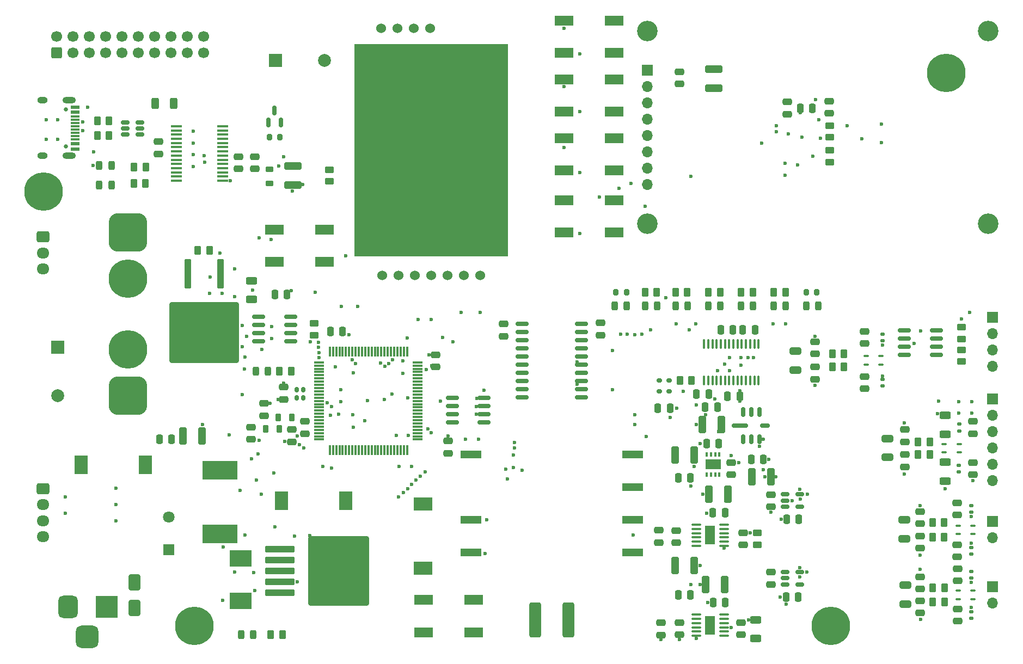
<source format=gts>
G04 #@! TF.GenerationSoftware,KiCad,Pcbnew,8.0.4*
G04 #@! TF.CreationDate,2024-09-23T19:32:32+09:00*
G04 #@! TF.ProjectId,Solid Rocket Motor Test Station ver 2.0,536f6c69-6420-4526-9f63-6b6574204d6f,2.0*
G04 #@! TF.SameCoordinates,Original*
G04 #@! TF.FileFunction,Soldermask,Top*
G04 #@! TF.FilePolarity,Negative*
%FSLAX46Y46*%
G04 Gerber Fmt 4.6, Leading zero omitted, Abs format (unit mm)*
G04 Created by KiCad (PCBNEW 8.0.4) date 2024-09-23 19:32:32*
%MOMM*%
%LPD*%
G01*
G04 APERTURE LIST*
G04 Aperture macros list*
%AMRoundRect*
0 Rectangle with rounded corners*
0 $1 Rounding radius*
0 $2 $3 $4 $5 $6 $7 $8 $9 X,Y pos of 4 corners*
0 Add a 4 corners polygon primitive as box body*
4,1,4,$2,$3,$4,$5,$6,$7,$8,$9,$2,$3,0*
0 Add four circle primitives for the rounded corners*
1,1,$1+$1,$2,$3*
1,1,$1+$1,$4,$5*
1,1,$1+$1,$6,$7*
1,1,$1+$1,$8,$9*
0 Add four rect primitives between the rounded corners*
20,1,$1+$1,$2,$3,$4,$5,0*
20,1,$1+$1,$4,$5,$6,$7,0*
20,1,$1+$1,$6,$7,$8,$9,0*
20,1,$1+$1,$8,$9,$2,$3,0*%
G04 Aperture macros list end*
%ADD10RoundRect,0.250000X0.262500X0.450000X-0.262500X0.450000X-0.262500X-0.450000X0.262500X-0.450000X0*%
%ADD11RoundRect,0.250000X-0.475000X0.250000X-0.475000X-0.250000X0.475000X-0.250000X0.475000X0.250000X0*%
%ADD12RoundRect,0.250000X1.100000X-0.325000X1.100000X0.325000X-1.100000X0.325000X-1.100000X-0.325000X0*%
%ADD13RoundRect,0.250000X0.475000X-0.250000X0.475000X0.250000X-0.475000X0.250000X-0.475000X-0.250000X0*%
%ADD14RoundRect,0.250000X-0.450000X0.262500X-0.450000X-0.262500X0.450000X-0.262500X0.450000X0.262500X0*%
%ADD15RoundRect,1.500000X-1.500000X1.500000X-1.500000X-1.500000X1.500000X-1.500000X1.500000X1.500000X0*%
%ADD16C,6.000000*%
%ADD17RoundRect,0.135000X0.185000X-0.135000X0.185000X0.135000X-0.185000X0.135000X-0.185000X-0.135000X0*%
%ADD18R,2.000000X2.000000*%
%ADD19C,2.000000*%
%ADD20R,1.700000X1.700000*%
%ADD21O,1.700000X1.700000*%
%ADD22RoundRect,0.250000X-0.650000X0.325000X-0.650000X-0.325000X0.650000X-0.325000X0.650000X0.325000X0*%
%ADD23RoundRect,0.243750X-0.243750X-0.456250X0.243750X-0.456250X0.243750X0.456250X-0.243750X0.456250X0*%
%ADD24RoundRect,0.250000X-0.325000X-1.100000X0.325000X-1.100000X0.325000X1.100000X-0.325000X1.100000X0*%
%ADD25RoundRect,0.250000X-0.262500X-0.450000X0.262500X-0.450000X0.262500X0.450000X-0.262500X0.450000X0*%
%ADD26RoundRect,0.250000X0.250000X0.475000X-0.250000X0.475000X-0.250000X-0.475000X0.250000X-0.475000X0*%
%ADD27RoundRect,0.100000X-0.625000X-0.100000X0.625000X-0.100000X0.625000X0.100000X-0.625000X0.100000X0*%
%ADD28R,1.650000X2.850000*%
%ADD29R,3.000000X1.524000*%
%ADD30RoundRect,0.135000X-0.185000X0.135000X-0.185000X-0.135000X0.185000X-0.135000X0.185000X0.135000X0*%
%ADD31RoundRect,0.150000X-0.512500X-0.150000X0.512500X-0.150000X0.512500X0.150000X-0.512500X0.150000X0*%
%ADD32RoundRect,0.250000X0.625000X-0.312500X0.625000X0.312500X-0.625000X0.312500X-0.625000X-0.312500X0*%
%ADD33RoundRect,0.250000X-0.250000X-0.475000X0.250000X-0.475000X0.250000X0.475000X-0.250000X0.475000X0*%
%ADD34RoundRect,0.243750X0.243750X0.456250X-0.243750X0.456250X-0.243750X-0.456250X0.243750X-0.456250X0*%
%ADD35RoundRect,0.150000X0.150000X-0.587500X0.150000X0.587500X-0.150000X0.587500X-0.150000X-0.587500X0*%
%ADD36C,0.650000*%
%ADD37R,1.450000X0.600000*%
%ADD38R,1.450000X0.300000*%
%ADD39O,2.100000X1.000000*%
%ADD40O,1.600000X1.000000*%
%ADD41RoundRect,0.100000X0.300000X0.100000X-0.300000X0.100000X-0.300000X-0.100000X0.300000X-0.100000X0*%
%ADD42R,3.000000X2.000000*%
%ADD43R,3.200000X1.200000*%
%ADD44RoundRect,0.250000X0.325000X1.100000X-0.325000X1.100000X-0.325000X-1.100000X0.325000X-1.100000X0*%
%ADD45RoundRect,0.250000X0.450000X-0.262500X0.450000X0.262500X-0.450000X0.262500X-0.450000X-0.262500X0*%
%ADD46RoundRect,0.200000X0.200000X0.275000X-0.200000X0.275000X-0.200000X-0.275000X0.200000X-0.275000X0*%
%ADD47RoundRect,0.100000X-0.100000X0.637500X-0.100000X-0.637500X0.100000X-0.637500X0.100000X0.637500X0*%
%ADD48RoundRect,0.218750X-0.381250X0.218750X-0.381250X-0.218750X0.381250X-0.218750X0.381250X0.218750X0*%
%ADD49RoundRect,0.200000X-0.200000X-0.275000X0.200000X-0.275000X0.200000X0.275000X-0.200000X0.275000X0*%
%ADD50RoundRect,0.150000X-0.875000X-0.150000X0.875000X-0.150000X0.875000X0.150000X-0.875000X0.150000X0*%
%ADD51RoundRect,0.175000X-0.175000X0.225000X-0.175000X-0.225000X0.175000X-0.225000X0.175000X0.225000X0*%
%ADD52R,2.000000X3.000000*%
%ADD53RoundRect,0.175000X0.175000X0.575000X-0.175000X0.575000X-0.175000X-0.575000X0.175000X-0.575000X0*%
%ADD54RoundRect,0.175000X0.575000X0.175000X-0.575000X0.175000X-0.575000X-0.175000X0.575000X-0.175000X0*%
%ADD55RoundRect,0.175000X0.175000X-0.575000X0.175000X0.575000X-0.175000X0.575000X-0.175000X-0.575000X0*%
%ADD56RoundRect,0.175000X1.075000X0.175000X-1.075000X0.175000X-1.075000X-0.175000X1.075000X-0.175000X0*%
%ADD57RoundRect,0.150000X0.825000X0.150000X-0.825000X0.150000X-0.825000X-0.150000X0.825000X-0.150000X0*%
%ADD58RoundRect,0.250000X-0.300000X2.050000X-0.300000X-2.050000X0.300000X-2.050000X0.300000X2.050000X0*%
%ADD59RoundRect,0.250002X-5.149998X4.449998X-5.149998X-4.449998X5.149998X-4.449998X5.149998X4.449998X0*%
%ADD60R,0.350000X0.650000*%
%ADD61R,2.400000X1.550000*%
%ADD62C,1.524000*%
%ADD63R,24.000000X33.000000*%
%ADD64RoundRect,0.075000X-0.725000X-0.075000X0.725000X-0.075000X0.725000X0.075000X-0.725000X0.075000X0*%
%ADD65RoundRect,0.075000X-0.075000X-0.725000X0.075000X-0.725000X0.075000X0.725000X-0.075000X0.725000X0*%
%ADD66RoundRect,0.250000X-1.100000X0.325000X-1.100000X-0.325000X1.100000X-0.325000X1.100000X0.325000X0*%
%ADD67RoundRect,0.250000X-0.650000X1.000000X-0.650000X-1.000000X0.650000X-1.000000X0.650000X1.000000X0*%
%ADD68RoundRect,0.250000X0.650000X2.450000X-0.650000X2.450000X-0.650000X-2.450000X0.650000X-2.450000X0*%
%ADD69RoundRect,0.218750X-0.218750X-0.381250X0.218750X-0.381250X0.218750X0.381250X-0.218750X0.381250X0*%
%ADD70R,1.750000X0.450000*%
%ADD71RoundRect,1.500000X1.500000X-1.500000X1.500000X1.500000X-1.500000X1.500000X-1.500000X-1.500000X0*%
%ADD72RoundRect,0.250000X-0.312500X-0.625000X0.312500X-0.625000X0.312500X0.625000X-0.312500X0.625000X0*%
%ADD73RoundRect,0.250000X-0.725000X0.600000X-0.725000X-0.600000X0.725000X-0.600000X0.725000X0.600000X0*%
%ADD74O,1.950000X1.700000*%
%ADD75R,5.400000X2.900000*%
%ADD76R,3.500000X2.500000*%
%ADD77RoundRect,0.250000X-2.050000X-0.300000X2.050000X-0.300000X2.050000X0.300000X-2.050000X0.300000X0*%
%ADD78RoundRect,0.250002X-4.449998X-5.149998X4.449998X-5.149998X4.449998X5.149998X-4.449998X5.149998X0*%
%ADD79RoundRect,0.162500X0.262500X-0.162500X0.262500X0.162500X-0.262500X0.162500X-0.262500X-0.162500X0*%
%ADD80R,1.800000X1.800000*%
%ADD81C,1.800000*%
%ADD82RoundRect,0.250000X-0.625000X0.312500X-0.625000X-0.312500X0.625000X-0.312500X0.625000X0.312500X0*%
%ADD83RoundRect,0.218750X0.218750X0.381250X-0.218750X0.381250X-0.218750X-0.381250X0.218750X-0.381250X0*%
%ADD84R,3.500000X3.500000*%
%ADD85RoundRect,0.750000X-0.750000X-1.000000X0.750000X-1.000000X0.750000X1.000000X-0.750000X1.000000X0*%
%ADD86RoundRect,0.875000X-0.875000X-0.875000X0.875000X-0.875000X0.875000X0.875000X-0.875000X0.875000X0*%
%ADD87RoundRect,0.250000X0.600000X-0.600000X0.600000X0.600000X-0.600000X0.600000X-0.600000X-0.600000X0*%
%ADD88C,1.700000*%
%ADD89C,0.600000*%
%ADD90C,3.200000*%
G04 APERTURE END LIST*
D10*
X114822800Y-93076000D03*
X112997800Y-93076000D03*
D11*
X216689800Y-112671000D03*
X216689800Y-114571000D03*
X184740200Y-136618000D03*
X184740200Y-138518000D03*
D12*
X127823000Y-82892000D03*
X127823000Y-79942000D03*
D13*
X202121600Y-145008000D03*
X202121600Y-143108000D03*
D14*
X131145400Y-104446200D03*
X131145400Y-106271200D03*
D15*
X102197800Y-90251000D03*
D16*
X102197800Y-97451000D03*
D17*
X231391800Y-127488500D03*
X231391800Y-126468500D03*
D18*
X91197800Y-108106000D03*
D19*
X91197800Y-115706000D03*
D20*
X236591800Y-145376000D03*
D21*
X236591800Y-147916000D03*
D22*
X205942200Y-108696200D03*
X205942200Y-111646200D03*
D23*
X177810800Y-101735000D03*
X179685800Y-101735000D03*
D13*
X222941800Y-122836000D03*
X222941800Y-120936000D03*
D11*
X187938200Y-150962600D03*
X187938200Y-152862600D03*
D13*
X160562600Y-106422800D03*
X160562600Y-104522800D03*
D24*
X110722800Y-121956000D03*
X113672800Y-121956000D03*
D11*
X150027800Y-109296000D03*
X150027800Y-111196000D03*
D25*
X182583300Y-99576000D03*
X184408300Y-99576000D03*
D26*
X126897800Y-99956000D03*
X124997800Y-99956000D03*
D11*
X204725600Y-69956200D03*
X204725600Y-71856200D03*
D16*
X112447800Y-151456000D03*
D11*
X187446000Y-136626000D03*
X187446000Y-138526000D03*
D27*
X190546000Y-135751000D03*
X190546000Y-136401000D03*
X190546000Y-137051000D03*
X190546000Y-137701000D03*
X190546000Y-138351000D03*
X190546000Y-139001000D03*
X194846000Y-139001000D03*
X194846000Y-138351000D03*
X194846000Y-137701000D03*
X194846000Y-137051000D03*
X194846000Y-136401000D03*
X194846000Y-135751000D03*
D28*
X192696000Y-137376000D03*
D11*
X233561800Y-119676000D03*
X233561800Y-121576000D03*
X231091800Y-138841000D03*
X231091800Y-140741000D03*
D29*
X124917000Y-94877000D03*
X132717000Y-94877000D03*
X124917000Y-89877000D03*
X132717000Y-89877000D03*
D30*
X219483800Y-106102500D03*
X219483800Y-107122500D03*
D11*
X231166800Y-148826000D03*
X231166800Y-150726000D03*
D31*
X101742700Y-73128200D03*
X101742700Y-74078200D03*
X101742700Y-75028200D03*
X104017700Y-75028200D03*
X104017700Y-74078200D03*
X104017700Y-73128200D03*
D13*
X121893000Y-80397800D03*
X121893000Y-78497800D03*
X197825600Y-138868000D03*
X197825600Y-136968000D03*
D32*
X121337800Y-100723000D03*
X121337800Y-97798000D03*
D13*
X175657800Y-106256000D03*
X175657800Y-104356000D03*
D29*
X169951800Y-90258500D03*
X177751800Y-90258500D03*
X169951800Y-85258500D03*
X177751800Y-85258500D03*
D33*
X192141800Y-123119700D03*
X194041800Y-123119700D03*
D34*
X99585000Y-82914000D03*
X97710000Y-82914000D03*
D35*
X124017800Y-73176000D03*
X125917800Y-73176000D03*
X124967800Y-71301000D03*
D11*
X106918800Y-76140600D03*
X106918800Y-78040600D03*
D33*
X184572600Y-117639200D03*
X186472600Y-117639200D03*
D32*
X229241800Y-121637800D03*
X229241800Y-118712800D03*
D26*
X108927000Y-122456000D03*
X107027000Y-122456000D03*
D11*
X127617800Y-120932000D03*
X127617800Y-122832000D03*
D36*
X92481000Y-71132000D03*
X92481000Y-76912000D03*
D37*
X93926000Y-70772000D03*
X93926000Y-71572000D03*
D38*
X93926000Y-72772000D03*
X93926000Y-73772000D03*
X93926000Y-74272000D03*
X93926000Y-75272000D03*
D37*
X93926000Y-76472000D03*
X93926000Y-77272000D03*
X93926000Y-77272000D03*
X93926000Y-76472000D03*
D38*
X93926000Y-75772000D03*
X93926000Y-74772000D03*
X93926000Y-73272000D03*
X93926000Y-72272000D03*
D37*
X93926000Y-71572000D03*
X93926000Y-70772000D03*
D39*
X93011000Y-69702000D03*
D40*
X88831000Y-69702000D03*
D39*
X93011000Y-78342000D03*
D40*
X88831000Y-78342000D03*
D26*
X197312600Y-115772800D03*
X195412600Y-115772800D03*
D33*
X193122200Y-133895200D03*
X195022200Y-133895200D03*
D13*
X231091800Y-134216000D03*
X231091800Y-132316000D03*
D41*
X219243800Y-110827000D03*
X219243800Y-109527000D03*
X216943800Y-109527000D03*
X216943800Y-110827000D03*
D42*
X148057800Y-132546000D03*
X148057800Y-142546000D03*
D25*
X97395700Y-72909800D03*
X99220700Y-72909800D03*
D43*
X155462600Y-124852800D03*
X155462600Y-135012800D03*
X155462600Y-140092800D03*
X180662600Y-140092800D03*
X180662600Y-135012800D03*
X180662600Y-129932800D03*
X180662600Y-124852800D03*
D20*
X236591800Y-135216000D03*
D21*
X236591800Y-137756000D03*
D25*
X227254300Y-137691000D03*
X229079300Y-137691000D03*
D32*
X199812600Y-153453200D03*
X199812600Y-150528200D03*
D10*
X104894000Y-82660000D03*
X103069000Y-82660000D03*
X126187800Y-152810200D03*
X124362800Y-152810200D03*
D26*
X206409200Y-147019600D03*
X204509200Y-147019600D03*
D23*
X119772800Y-152806000D03*
X121647800Y-152806000D03*
D16*
X229447800Y-65456000D03*
D11*
X202118500Y-131045200D03*
X202118500Y-132945200D03*
D44*
X194431400Y-120179200D03*
X191481400Y-120179200D03*
D14*
X200000600Y-137005500D03*
X200000600Y-138830500D03*
D25*
X227316800Y-145541000D03*
X229141800Y-145541000D03*
D45*
X211329600Y-79320000D03*
X211329600Y-77495000D03*
D22*
X222916800Y-135007800D03*
X222916800Y-137957800D03*
D26*
X208606800Y-70941800D03*
X206706800Y-70941800D03*
D46*
X125787800Y-75436000D03*
X124137800Y-75436000D03*
D25*
X225016800Y-122836000D03*
X226841800Y-122836000D03*
D30*
X231431800Y-120108500D03*
X231431800Y-121128500D03*
D47*
X200216600Y-107596200D03*
X199566600Y-107596200D03*
X198916600Y-107596200D03*
X198266600Y-107596200D03*
X197616600Y-107596200D03*
X196966600Y-107596200D03*
X196316600Y-107596200D03*
X195666600Y-107596200D03*
X195016600Y-107596200D03*
X194366600Y-107596200D03*
X193716600Y-107596200D03*
X193066600Y-107596200D03*
X192416600Y-107596200D03*
X191766600Y-107596200D03*
X191766600Y-113321200D03*
X192416600Y-113321200D03*
X193066600Y-113321200D03*
X193716600Y-113321200D03*
X194366600Y-113321200D03*
X195016600Y-113321200D03*
X195666600Y-113321200D03*
X196316600Y-113321200D03*
X196966600Y-113321200D03*
X197616600Y-113321200D03*
X198266600Y-113321200D03*
X198916600Y-113321200D03*
X199566600Y-113321200D03*
X200216600Y-113321200D03*
D41*
X233566800Y-137166000D03*
X233566800Y-135866000D03*
X231266800Y-135866000D03*
X231266800Y-137166000D03*
D13*
X119353000Y-80397800D03*
X119353000Y-78497800D03*
D23*
X192385800Y-101735000D03*
X194260800Y-101735000D03*
D48*
X124179000Y-80483300D03*
X124179000Y-82608300D03*
D49*
X178035800Y-99576000D03*
X179685800Y-99576000D03*
D23*
X197465800Y-101735000D03*
X199340800Y-101735000D03*
D50*
X163412600Y-104532800D03*
X163412600Y-105802800D03*
X163412600Y-107072800D03*
X163412600Y-108342800D03*
X163412600Y-109612800D03*
X163412600Y-110882800D03*
X163412600Y-112152800D03*
X163412600Y-113422800D03*
X163412600Y-114692800D03*
X163412600Y-115962800D03*
X172712600Y-115962800D03*
X172712600Y-114692800D03*
X172712600Y-113422800D03*
X172712600Y-112152800D03*
X172712600Y-110882800D03*
X172712600Y-109612800D03*
X172712600Y-108342800D03*
X172712600Y-107072800D03*
X172712600Y-105802800D03*
X172712600Y-104532800D03*
D25*
X192410800Y-99576000D03*
X194235800Y-99576000D03*
D13*
X233581800Y-127946000D03*
X233581800Y-126046000D03*
D25*
X187305800Y-99576000D03*
X189130800Y-99576000D03*
D17*
X219483800Y-114131000D03*
X219483800Y-113111000D03*
D33*
X133642600Y-105661600D03*
X135542600Y-105661600D03*
D13*
X225381800Y-145741000D03*
X225381800Y-143841000D03*
D25*
X197490800Y-99576000D03*
X199315800Y-99576000D03*
D51*
X128395800Y-114704000D03*
X128395800Y-116004000D03*
X129395800Y-116004000D03*
X129395800Y-114704000D03*
D52*
X104853800Y-126384000D03*
X94853800Y-126384000D03*
D53*
X197812600Y-122472800D03*
X199082600Y-122472800D03*
X200352600Y-122472800D03*
D54*
X201232600Y-120322800D03*
D55*
X200352600Y-118172800D03*
X199082600Y-118172800D03*
X197812600Y-118172800D03*
D56*
X197332600Y-120322800D03*
D57*
X127445000Y-107232600D03*
X127445000Y-105962600D03*
X127445000Y-104692600D03*
X127445000Y-103422600D03*
X122495000Y-103422600D03*
X122495000Y-104692600D03*
X122495000Y-105962600D03*
X122495000Y-107232600D03*
D58*
X116512800Y-96731000D03*
D59*
X113972800Y-105881000D03*
D58*
X111432800Y-96731000D03*
D49*
X207625800Y-99576000D03*
X209275800Y-99576000D03*
D13*
X208996300Y-109187000D03*
X208996300Y-107287000D03*
D23*
X182558300Y-101735000D03*
X184433300Y-101735000D03*
D24*
X187227800Y-124876000D03*
X190177800Y-124876000D03*
D13*
X211177200Y-71754600D03*
X211177200Y-69854600D03*
D25*
X202570800Y-99576000D03*
X204395800Y-99576000D03*
D33*
X193137400Y-147865200D03*
X195037400Y-147865200D03*
D13*
X225381800Y-149461000D03*
X225381800Y-147561000D03*
D41*
X231401800Y-124466000D03*
X231401800Y-123166000D03*
X229101800Y-123166000D03*
X229101800Y-124466000D03*
D13*
X197475800Y-152864000D03*
X197475800Y-150964000D03*
D60*
X194123200Y-124802000D03*
X193473200Y-124802000D03*
X192823200Y-124802000D03*
X192173200Y-124802000D03*
X192173200Y-127902000D03*
X192823200Y-127902000D03*
X193473200Y-127902000D03*
X194123200Y-127902000D03*
D61*
X193148200Y-126352000D03*
D57*
X227865800Y-109303000D03*
X227865800Y-108033000D03*
X227865800Y-106763000D03*
X227865800Y-105493000D03*
X222915800Y-105493000D03*
X222915800Y-106763000D03*
X222915800Y-108033000D03*
X222915800Y-109303000D03*
D17*
X233266800Y-150263500D03*
X233266800Y-149243500D03*
D62*
X141656600Y-96992400D03*
X144196600Y-96992400D03*
X146736600Y-96992400D03*
X149276600Y-96992400D03*
X151816600Y-96992400D03*
X154356600Y-96992400D03*
X156896600Y-96992400D03*
X149106600Y-58492400D03*
X146566600Y-58492400D03*
X144026600Y-58492400D03*
X141486600Y-58492400D03*
D63*
X149286600Y-77492400D03*
D18*
X125107800Y-63496000D03*
D19*
X132707800Y-63496000D03*
D25*
X211709800Y-111221000D03*
X213534800Y-111221000D03*
D24*
X199172600Y-128322800D03*
X202122600Y-128322800D03*
D16*
X211447800Y-151456000D03*
D64*
X131880800Y-110482000D03*
X131880800Y-110982000D03*
X131880800Y-111482000D03*
X131880800Y-111982000D03*
X131880800Y-112482000D03*
X131880800Y-112982000D03*
X131880800Y-113482000D03*
X131880800Y-113982000D03*
X131880800Y-114482000D03*
X131880800Y-114982000D03*
X131880800Y-115482000D03*
X131880800Y-115982000D03*
X131880800Y-116482000D03*
X131880800Y-116982000D03*
X131880800Y-117482000D03*
X131880800Y-117982000D03*
X131880800Y-118482000D03*
X131880800Y-118982000D03*
X131880800Y-119482000D03*
X131880800Y-119982000D03*
X131880800Y-120482000D03*
X131880800Y-120982000D03*
X131880800Y-121482000D03*
X131880800Y-121982000D03*
X131880800Y-122482000D03*
D65*
X133555800Y-124157000D03*
X134055800Y-124157000D03*
X134555800Y-124157000D03*
X135055800Y-124157000D03*
X135555800Y-124157000D03*
X136055800Y-124157000D03*
X136555800Y-124157000D03*
X137055800Y-124157000D03*
X137555800Y-124157000D03*
X138055800Y-124157000D03*
X138555800Y-124157000D03*
X139055800Y-124157000D03*
X139555800Y-124157000D03*
X140055800Y-124157000D03*
X140555800Y-124157000D03*
X141055800Y-124157000D03*
X141555800Y-124157000D03*
X142055800Y-124157000D03*
X142555800Y-124157000D03*
X143055800Y-124157000D03*
X143555800Y-124157000D03*
X144055800Y-124157000D03*
X144555800Y-124157000D03*
X145055800Y-124157000D03*
X145555800Y-124157000D03*
D64*
X147230800Y-122482000D03*
X147230800Y-121982000D03*
X147230800Y-121482000D03*
X147230800Y-120982000D03*
X147230800Y-120482000D03*
X147230800Y-119982000D03*
X147230800Y-119482000D03*
X147230800Y-118982000D03*
X147230800Y-118482000D03*
X147230800Y-117982000D03*
X147230800Y-117482000D03*
X147230800Y-116982000D03*
X147230800Y-116482000D03*
X147230800Y-115982000D03*
X147230800Y-115482000D03*
X147230800Y-114982000D03*
X147230800Y-114482000D03*
X147230800Y-113982000D03*
X147230800Y-113482000D03*
X147230800Y-112982000D03*
X147230800Y-112482000D03*
X147230800Y-111982000D03*
X147230800Y-111482000D03*
X147230800Y-110982000D03*
X147230800Y-110482000D03*
D65*
X145555800Y-108807000D03*
X145055800Y-108807000D03*
X144555800Y-108807000D03*
X144055800Y-108807000D03*
X143555800Y-108807000D03*
X143055800Y-108807000D03*
X142555800Y-108807000D03*
X142055800Y-108807000D03*
X141555800Y-108807000D03*
X141055800Y-108807000D03*
X140555800Y-108807000D03*
X140055800Y-108807000D03*
X139555800Y-108807000D03*
X139055800Y-108807000D03*
X138555800Y-108807000D03*
X138055800Y-108807000D03*
X137555800Y-108807000D03*
X137055800Y-108807000D03*
X136555800Y-108807000D03*
X136055800Y-108807000D03*
X135555800Y-108807000D03*
X135055800Y-108807000D03*
X134555800Y-108807000D03*
X134055800Y-108807000D03*
X133555800Y-108807000D03*
D66*
X193244800Y-64855000D03*
X193244800Y-67805000D03*
D10*
X127527800Y-111826000D03*
X125702800Y-111826000D03*
D14*
X231740800Y-105027000D03*
X231740800Y-106852000D03*
D11*
X195947800Y-126056000D03*
X195947800Y-127956000D03*
D10*
X104919000Y-80120000D03*
X103094000Y-80120000D03*
D16*
X89047800Y-83956000D03*
D26*
X199680600Y-105447200D03*
X197780600Y-105447200D03*
D33*
X190567000Y-115404000D03*
X192467000Y-115404000D03*
D25*
X211709800Y-109189000D03*
X213534800Y-109189000D03*
D29*
X169951800Y-80606500D03*
X177751800Y-80606500D03*
X169951800Y-75606500D03*
X177751800Y-75606500D03*
D67*
X103197800Y-144706000D03*
X103197800Y-148706000D03*
D45*
X133447800Y-82341000D03*
X133447800Y-80516000D03*
D24*
X192000400Y-145039400D03*
X194950400Y-145039400D03*
D68*
X170612600Y-150522800D03*
X165512600Y-150522800D03*
D13*
X225316800Y-139391000D03*
X225316800Y-137491000D03*
D29*
X169951800Y-71462500D03*
X177751800Y-71462500D03*
X169951800Y-66462500D03*
X177751800Y-66462500D03*
D44*
X195446000Y-131026000D03*
X192496000Y-131026000D03*
X190187800Y-142086000D03*
X187237800Y-142086000D03*
D22*
X223081800Y-145172800D03*
X223081800Y-148122800D03*
D14*
X231740800Y-108536000D03*
X231740800Y-110361000D03*
D13*
X231166800Y-144476000D03*
X231166800Y-142576000D03*
D57*
X157557800Y-119846000D03*
X157557800Y-118576000D03*
X157557800Y-117306000D03*
X157557800Y-116036000D03*
X152607800Y-116036000D03*
X152607800Y-117306000D03*
X152607800Y-118576000D03*
X152607800Y-119846000D03*
D10*
X189803100Y-113321200D03*
X187978100Y-113321200D03*
D69*
X125492800Y-119022000D03*
X127617800Y-119022000D03*
D70*
X116857000Y-82214800D03*
X116857000Y-81564800D03*
X116857000Y-80914800D03*
X116857000Y-80264800D03*
X116857000Y-79614800D03*
X116857000Y-78964800D03*
X116857000Y-78314800D03*
X116857000Y-77664800D03*
X116857000Y-77014800D03*
X116857000Y-76364800D03*
X116857000Y-75714800D03*
X116857000Y-75064800D03*
X116857000Y-74414800D03*
X116857000Y-73764800D03*
X109657000Y-73764800D03*
X109657000Y-74414800D03*
X109657000Y-75064800D03*
X109657000Y-75714800D03*
X109657000Y-76364800D03*
X109657000Y-77014800D03*
X109657000Y-77664800D03*
X109657000Y-78314800D03*
X109657000Y-78964800D03*
X109657000Y-79614800D03*
X109657000Y-80264800D03*
X109657000Y-80914800D03*
X109657000Y-81564800D03*
X109657000Y-82214800D03*
D11*
X121267800Y-120546000D03*
X121267800Y-122446000D03*
D13*
X222941800Y-126736000D03*
X222941800Y-124836000D03*
X216689800Y-107562500D03*
X216689800Y-105662500D03*
D23*
X187305800Y-101735000D03*
X189180800Y-101735000D03*
D27*
X190547000Y-149744200D03*
X190547000Y-150394200D03*
X190547000Y-151044200D03*
X190547000Y-151694200D03*
X190547000Y-152344200D03*
X190547000Y-152994200D03*
X194847000Y-152994200D03*
X194847000Y-152344200D03*
X194847000Y-151694200D03*
X194847000Y-151044200D03*
X194847000Y-150394200D03*
X194847000Y-149744200D03*
D28*
X192697000Y-151369200D03*
D30*
X233266800Y-132743500D03*
X233266800Y-133763500D03*
D13*
X225316800Y-135566000D03*
X225316800Y-133666000D03*
D71*
X102197800Y-115656000D03*
D16*
X102197800Y-108456000D03*
D25*
X225016800Y-124836000D03*
X226841800Y-124836000D03*
D26*
X189647800Y-146666000D03*
X187747800Y-146666000D03*
D20*
X236591800Y-103466000D03*
D21*
X236591800Y-106006000D03*
X236591800Y-108546000D03*
X236591800Y-111086000D03*
D72*
X106354000Y-70214000D03*
X109279000Y-70214000D03*
D73*
X88947800Y-90956000D03*
D74*
X88947800Y-93456000D03*
X88947800Y-95956000D03*
D11*
X123299800Y-116868000D03*
X123299800Y-118768000D03*
D23*
X202545800Y-101735000D03*
X204420800Y-101735000D03*
D25*
X227254300Y-135366000D03*
X229079300Y-135366000D03*
D13*
X129649800Y-121562000D03*
X129649800Y-119662000D03*
D26*
X193837800Y-117446000D03*
X191937800Y-117446000D03*
D30*
X233266800Y-143038500D03*
X233266800Y-144058500D03*
D75*
X116447800Y-137206000D03*
X116447800Y-127306000D03*
D34*
X99585000Y-79874000D03*
X97710000Y-79874000D03*
D20*
X236591800Y-116166000D03*
D21*
X236591800Y-118706000D03*
X236591800Y-121246000D03*
X236591800Y-123786000D03*
X236591800Y-126326000D03*
X236591800Y-128866000D03*
D25*
X97395700Y-75195800D03*
X99220700Y-75195800D03*
X227319300Y-147781000D03*
X229144300Y-147781000D03*
D76*
X119697800Y-140956000D03*
X119697800Y-147560000D03*
D33*
X187757800Y-128486000D03*
X189657800Y-128486000D03*
D77*
X125797800Y-139556000D03*
X125797800Y-141256000D03*
X125797800Y-142956000D03*
D78*
X134947800Y-142956000D03*
D77*
X125797800Y-144656000D03*
X125797800Y-146356000D03*
D29*
X169951800Y-62358500D03*
X177751800Y-62358500D03*
X169951800Y-57358500D03*
X177751800Y-57358500D03*
D79*
X184800600Y-114971200D03*
X186350600Y-114971200D03*
X186350600Y-113321200D03*
X184800600Y-113321200D03*
D23*
X122014800Y-111826000D03*
X123889800Y-111826000D03*
D73*
X88947800Y-130136000D03*
D74*
X88947800Y-132636000D03*
X88947800Y-135136000D03*
X88947800Y-137636000D03*
D11*
X126347800Y-114328000D03*
X126347800Y-116228000D03*
D29*
X155947800Y-147456000D03*
X148147800Y-147456000D03*
X155947800Y-152456000D03*
X148147800Y-152456000D03*
D41*
X233566800Y-147301000D03*
X233566800Y-146001000D03*
X231266800Y-146001000D03*
X231266800Y-147301000D03*
D26*
X206507700Y-134875600D03*
X204607700Y-134875600D03*
D13*
X185042600Y-152883000D03*
X185042600Y-150983000D03*
D80*
X108472798Y-139591000D03*
D81*
X108472798Y-134511000D03*
D17*
X233266800Y-140288500D03*
X233266800Y-139268500D03*
D82*
X229221800Y-126007800D03*
X229221800Y-128932800D03*
D20*
X182957800Y-65011000D03*
D21*
X182957800Y-67551000D03*
X182957800Y-70091000D03*
X182957800Y-72631000D03*
X182957800Y-75171000D03*
X182957800Y-77711000D03*
X182957800Y-80251000D03*
X182957800Y-82791000D03*
D83*
X125678800Y-120800000D03*
X123553800Y-120800000D03*
D84*
X98827800Y-148498500D03*
D85*
X92827800Y-148498500D03*
D86*
X95827800Y-153198500D03*
D26*
X196222600Y-105447200D03*
X194322600Y-105447200D03*
D13*
X209006300Y-113117000D03*
X209006300Y-111217000D03*
D31*
X204333800Y-143120400D03*
X204333800Y-144070400D03*
X204333800Y-145020400D03*
X206608800Y-145020400D03*
X206608800Y-143120400D03*
D45*
X211329600Y-75459200D03*
X211329600Y-73634200D03*
D13*
X151947800Y-124606000D03*
X151947800Y-122706000D03*
D22*
X220291800Y-122317800D03*
X220291800Y-125267800D03*
D33*
X199102600Y-125612800D03*
X201002600Y-125612800D03*
D11*
X187961600Y-65291800D03*
X187961600Y-67191800D03*
D87*
X91077800Y-62356000D03*
D88*
X91077800Y-59816000D03*
X93617800Y-62356000D03*
X93617800Y-59816000D03*
X96157800Y-62356000D03*
X96157800Y-59816000D03*
X98697800Y-62356000D03*
X98697800Y-59816000D03*
X101237800Y-62356000D03*
X101237800Y-59816000D03*
X103777800Y-62356000D03*
X103777800Y-59816000D03*
X106317800Y-62356000D03*
X106317800Y-59816000D03*
X108857800Y-62356000D03*
X108857800Y-59816000D03*
X111397800Y-62356000D03*
X111397800Y-59816000D03*
X113937800Y-62356000D03*
X113937800Y-59816000D03*
D52*
X126041800Y-132028000D03*
X136041800Y-132028000D03*
D31*
X204384600Y-131030000D03*
X204384600Y-131980000D03*
X204384600Y-132930000D03*
X206659600Y-132930000D03*
X206659600Y-131030000D03*
D23*
X207625800Y-101735000D03*
X209500800Y-101735000D03*
D89*
X131243800Y-99576000D03*
X233351800Y-116594000D03*
X231319800Y-116594000D03*
X233605800Y-119642000D03*
X231319800Y-118372000D03*
D90*
X182957800Y-58901000D03*
X235957800Y-58901000D03*
X182957800Y-88901000D03*
X235957800Y-88901000D03*
D89*
X89425000Y-72752000D03*
X95127800Y-126716000D03*
X131947800Y-142456000D03*
X95127800Y-126216000D03*
X119304500Y-78449300D03*
X156922800Y-102696000D03*
X131947800Y-145956000D03*
X116777800Y-99716000D03*
X137447800Y-146456000D03*
X124227800Y-116846000D03*
X137447800Y-140456000D03*
X95127800Y-125716000D03*
X165062600Y-149522800D03*
X131947800Y-139456000D03*
X163412600Y-105802800D03*
X131947800Y-145456000D03*
X136947800Y-143956000D03*
X94627800Y-126716000D03*
X156257800Y-135046000D03*
X100302800Y-130056000D03*
X165062600Y-150022800D03*
X135797800Y-132286000D03*
X169947800Y-77056000D03*
X136947800Y-140456000D03*
X137447800Y-139456000D03*
X135797800Y-131286000D03*
X135797800Y-132786000D03*
X165562600Y-150522800D03*
X120547800Y-147456000D03*
X125797800Y-142956000D03*
X169947800Y-67556000D03*
X136947800Y-142456000D03*
X155757800Y-135046000D03*
X160562600Y-106422800D03*
X206947800Y-75456000D03*
X165562600Y-149022800D03*
X132447800Y-140456000D03*
X154757800Y-135046000D03*
X122562800Y-122586000D03*
X165062600Y-151522800D03*
X165562600Y-151022800D03*
X165062600Y-150522800D03*
X113717800Y-120150000D03*
X113717800Y-121928000D03*
X193244800Y-67805000D03*
X136947800Y-142956000D03*
X132447800Y-145956000D03*
X130447800Y-137456000D03*
X147947800Y-142456000D03*
X116967800Y-139186000D03*
X131947800Y-143456000D03*
X94627800Y-125716000D03*
X137447800Y-146956000D03*
X148447800Y-142456000D03*
X155257800Y-135046000D03*
X157697800Y-140206000D03*
X126378800Y-78497800D03*
X156397800Y-116076000D03*
X118723000Y-143139600D03*
X107113800Y-122436000D03*
X121547800Y-99256000D03*
X132447800Y-142456000D03*
X131947800Y-146956000D03*
X156247800Y-140116000D03*
X131947800Y-139956000D03*
X132447800Y-146956000D03*
X135305800Y-101807000D03*
X121047800Y-147956000D03*
X119772800Y-152806000D03*
X165562600Y-150022800D03*
X165562600Y-151522800D03*
X132447800Y-140956000D03*
X156327800Y-117356000D03*
X96791000Y-77741000D03*
X147447800Y-142956000D03*
X163412600Y-115962800D03*
X144349600Y-126679000D03*
X132447800Y-139456000D03*
X148947800Y-142456000D03*
X121877800Y-78497800D03*
X132447800Y-143956000D03*
X169947800Y-58556000D03*
X132447800Y-126706000D03*
X136947800Y-139956000D03*
X136947800Y-139456000D03*
X137447800Y-143956000D03*
X137087800Y-118596000D03*
X136947800Y-145456000D03*
X139447800Y-116456000D03*
X136297800Y-132786000D03*
X187987800Y-67191800D03*
X125507800Y-116276000D03*
X136297800Y-132286000D03*
X116863000Y-147499600D03*
X112285000Y-80023800D03*
X206298600Y-79800800D03*
X155247800Y-140116000D03*
X135542600Y-105661600D03*
X120547800Y-148456000D03*
X157947800Y-134956000D03*
X95127800Y-127216000D03*
X136947800Y-146456000D03*
X131947800Y-146456000D03*
X92447800Y-133956000D03*
X144889800Y-110264000D03*
X126547800Y-122806000D03*
X165062600Y-149022800D03*
X124537000Y-106802800D03*
X148947800Y-142956000D03*
X148447800Y-142956000D03*
X147447800Y-142456000D03*
X100281200Y-135136000D03*
X137447800Y-145956000D03*
X145773800Y-121816000D03*
X132447800Y-143456000D03*
X127823000Y-79942000D03*
X112285000Y-74539300D03*
X135237800Y-114704000D03*
X106918800Y-78040600D03*
X137447800Y-140956000D03*
X116447800Y-93456000D03*
X94627800Y-127216000D03*
X132447800Y-145456000D03*
X136297800Y-131286000D03*
X154257800Y-135046000D03*
X136947800Y-145956000D03*
X154247800Y-140116000D03*
X122353800Y-124722000D03*
X127535400Y-99322000D03*
X136947800Y-143456000D03*
X92447800Y-131456000D03*
X132447800Y-142956000D03*
X165062600Y-151022800D03*
X131947800Y-140456000D03*
X122099800Y-128786000D03*
X155747800Y-140116000D03*
X132447800Y-146456000D03*
X216308000Y-75666200D03*
X100302800Y-132596000D03*
X136947800Y-140956000D03*
X165562600Y-152022800D03*
X89425000Y-75800000D03*
X135797800Y-131786000D03*
X131145400Y-104446200D03*
X137447800Y-143456000D03*
X169951800Y-85258500D03*
X165062600Y-152022800D03*
X209131054Y-69616800D03*
X131947800Y-140956000D03*
X113994000Y-78314800D03*
X94627800Y-126216000D03*
X121047800Y-147456000D03*
X206743600Y-71625800D03*
X120547800Y-147956000D03*
X121697000Y-143205200D03*
X131947800Y-143956000D03*
X101742700Y-74078200D03*
X147947800Y-142956000D03*
X136297800Y-131786000D03*
X156643800Y-122436000D03*
X165562600Y-149522800D03*
X120397800Y-137371200D03*
X121047800Y-148456000D03*
X137447800Y-142456000D03*
X154747800Y-140116000D03*
X121337800Y-125484000D03*
X137447800Y-142956000D03*
X128475800Y-121974000D03*
X132447800Y-139956000D03*
X156377800Y-118576000D03*
X137447800Y-139956000D03*
X151947800Y-121956000D03*
X124436600Y-91371800D03*
X131947800Y-142956000D03*
X122547800Y-91156000D03*
X219356000Y-76326600D03*
X136947800Y-146956000D03*
X122014800Y-111826000D03*
X137447800Y-145456000D03*
X149357800Y-110982000D03*
X125046200Y-136101200D03*
X133642600Y-105661600D03*
X110447800Y-122956000D03*
X133817800Y-126916000D03*
X110947800Y-121456000D03*
X211329600Y-77495000D03*
X110447800Y-122456000D03*
X148977800Y-109296000D03*
X172447800Y-80956000D03*
X119972800Y-108016000D03*
X110947800Y-120956000D03*
X110447800Y-121456000D03*
X172447800Y-71456000D03*
X172447800Y-62456000D03*
X154611800Y-122436000D03*
X119947800Y-115456000D03*
X119972800Y-104726000D03*
X110447800Y-121956000D03*
X97710000Y-82914000D03*
X110947800Y-122456000D03*
X135237800Y-116604000D03*
X146249600Y-126679000D03*
X129347800Y-82856000D03*
X128449800Y-144635600D03*
X209597800Y-72706000D03*
X123299800Y-118846000D03*
X121849432Y-146012185D03*
X219356000Y-73376600D03*
X172447800Y-90456000D03*
X160572600Y-104532800D03*
X193244800Y-64855000D03*
X153972800Y-102696000D03*
X134447800Y-111148000D03*
X126187800Y-152810200D03*
X139027800Y-119566000D03*
X110947800Y-121956000D03*
X128094200Y-137523600D03*
X157532800Y-114816000D03*
X126347800Y-113736000D03*
X118747800Y-100256000D03*
X114877800Y-99716000D03*
X137905800Y-101807000D03*
X124817800Y-127726000D03*
X121267800Y-120546000D03*
X110447800Y-120956000D03*
X213971200Y-73685000D03*
X204327800Y-81381000D03*
X125787800Y-75436000D03*
X110947800Y-122956000D03*
X127747800Y-83856000D03*
X124997800Y-99956000D03*
X122947800Y-108456000D03*
X144889800Y-112164000D03*
X143873800Y-121816000D03*
X112285000Y-78123800D03*
X114067800Y-79346000D03*
X211177200Y-71754600D03*
X204725600Y-69956200D03*
X224374800Y-107520000D03*
X195752600Y-131337800D03*
X195117600Y-130702800D03*
X231812600Y-103692800D03*
X195117600Y-131337800D03*
X233022600Y-102732800D03*
X228222600Y-116482800D03*
X182583300Y-99576000D03*
X195752600Y-130702800D03*
X195117600Y-131972800D03*
X195752600Y-130067800D03*
X195752600Y-131972800D03*
X195117600Y-130067800D03*
X231091800Y-138841000D03*
X222922600Y-127872800D03*
X228022600Y-118422800D03*
X182558300Y-101735000D03*
X231166800Y-144476000D03*
X204447800Y-104456000D03*
X196007800Y-151694200D03*
X191137800Y-123106000D03*
X195947800Y-124986000D03*
X170562600Y-151022800D03*
X170562600Y-150522800D03*
X198632600Y-109762800D03*
X170562600Y-151522800D03*
X190187800Y-126706000D03*
X225312600Y-140432800D03*
X171062600Y-149022800D03*
X172712600Y-105802800D03*
X199426600Y-109765200D03*
X197490800Y-99576000D03*
X185807800Y-100406000D03*
X201242600Y-128312800D03*
X225392600Y-150482800D03*
X180162600Y-135012800D03*
X231091800Y-134216000D03*
X192385800Y-101735000D03*
X170562600Y-149522800D03*
X171062600Y-151022800D03*
X201002600Y-127202800D03*
X187937800Y-153596000D03*
X225412600Y-105620000D03*
X216497300Y-112605000D03*
X172712600Y-115962800D03*
X194943325Y-110751120D03*
X171062600Y-151522800D03*
X185037800Y-153596000D03*
X181662600Y-135012800D03*
X225312600Y-132792800D03*
X197475800Y-150964000D03*
X171062600Y-150522800D03*
X192347800Y-147866000D03*
X225352600Y-142712800D03*
X190517800Y-120176000D03*
X190447800Y-104456000D03*
X222932600Y-119912800D03*
X205427800Y-131966000D03*
X229191800Y-118396000D03*
X183447800Y-105456000D03*
X171062600Y-150022800D03*
X193848600Y-111797200D03*
X189447800Y-105456000D03*
X208992600Y-114042800D03*
X170562600Y-149022800D03*
X207625800Y-99576000D03*
X208982600Y-106422800D03*
X181162600Y-135012800D03*
X198657800Y-150516000D03*
X189677800Y-145026000D03*
X191127800Y-142086000D03*
X175657800Y-106256000D03*
X229212600Y-130122800D03*
X171062600Y-149522800D03*
X191527800Y-130996000D03*
X216497300Y-107525000D03*
X192177800Y-133916000D03*
X197167800Y-126046000D03*
X186477800Y-119036000D03*
X177810800Y-101735000D03*
X203787800Y-134866000D03*
X201822600Y-125602800D03*
X191137800Y-145026000D03*
X189667800Y-129696000D03*
X187305800Y-101735000D03*
X233411800Y-118396000D03*
X197342600Y-114872800D03*
X192019800Y-118596000D03*
X200962600Y-122462800D03*
X197322600Y-116552800D03*
X193400165Y-116199238D03*
X171062600Y-152022800D03*
X179662600Y-135012800D03*
X203597800Y-147026000D03*
X198927800Y-136996000D03*
X188557800Y-114971200D03*
X202447800Y-104456000D03*
X170562600Y-152022800D03*
X190537800Y-153456000D03*
X202117800Y-133826000D03*
X202570800Y-99576000D03*
X202922600Y-128312800D03*
X231166800Y-148826000D03*
X187497800Y-117636000D03*
X200372600Y-123572800D03*
X180662600Y-135012800D03*
X187447800Y-104456000D03*
X170562600Y-150022800D03*
X233572600Y-128862800D03*
X204507800Y-148076000D03*
X190567000Y-117131200D03*
X172677800Y-104532800D03*
X187305800Y-99576000D03*
X194044800Y-121253000D03*
X175657800Y-104356000D03*
X179827800Y-106086000D03*
X184572600Y-117639200D03*
X152607800Y-117306000D03*
X152607800Y-116036000D03*
X150757800Y-116550500D03*
X152607800Y-118576000D03*
X134950600Y-118576000D03*
X95877800Y-70786000D03*
X96722500Y-79866000D03*
X119559800Y-130372000D03*
X133815254Y-117343960D03*
X133165254Y-116772524D03*
X122927800Y-130950500D03*
X114957800Y-97226000D03*
X128823997Y-123250402D03*
X118737800Y-95936000D03*
X129537800Y-123796000D03*
X204327800Y-79556000D03*
X204884176Y-74937300D03*
X189712420Y-81561000D03*
X202967800Y-73696000D03*
X208697800Y-78456000D03*
X211329600Y-79320000D03*
X200717800Y-76406000D03*
X209827800Y-75587300D03*
X203017420Y-74565620D03*
X148535919Y-111632000D03*
X145597800Y-106716000D03*
X137573107Y-110662068D03*
X120337800Y-109666000D03*
X137007800Y-110096000D03*
X120577800Y-106476000D03*
X91250000Y-72752000D03*
X95109257Y-74422000D03*
X95109257Y-73122000D03*
X91250000Y-75800000D03*
X233266800Y-138572800D03*
X233266800Y-134482800D03*
X219483800Y-112592800D03*
X136555800Y-106219500D03*
X112285000Y-76364300D03*
X155627800Y-147328000D03*
X137222800Y-120546000D03*
X147657800Y-128176000D03*
X162307420Y-123835620D03*
X162127040Y-124935240D03*
X146937800Y-128826000D03*
X144257800Y-131426000D03*
X163485519Y-127253719D03*
X219483800Y-107762800D03*
X143237800Y-115426000D03*
X142027800Y-116246000D03*
X145017800Y-130776000D03*
X161200900Y-128619100D03*
X192410800Y-99576000D03*
X207817800Y-131026000D03*
X197526600Y-109765200D03*
X206647800Y-130256000D03*
X197526600Y-110912800D03*
X206677800Y-131786000D03*
X148367800Y-127526000D03*
X162307420Y-122916380D03*
X207697800Y-143116000D03*
X195748600Y-109765200D03*
X195748600Y-111797200D03*
X206607800Y-143846000D03*
X206597800Y-142436000D03*
X197465800Y-101735000D03*
X131851501Y-108957339D03*
X178527800Y-83429553D03*
X187446000Y-136626000D03*
X180662600Y-124852800D03*
X194847800Y-139386000D03*
X178747114Y-106136686D03*
X125617800Y-79916000D03*
X149277800Y-121466000D03*
X126041800Y-132028000D03*
X124537000Y-104902800D03*
X182087800Y-106136000D03*
X180947800Y-120116000D03*
X180707800Y-137366000D03*
X180662600Y-140092800D03*
X162081280Y-126819480D03*
X145707800Y-130126000D03*
X148794031Y-120828840D03*
X118087800Y-82216000D03*
X182757800Y-122056000D03*
X180997800Y-118656000D03*
X180997800Y-106166000D03*
X194950400Y-145039400D03*
X160916660Y-127064860D03*
X146307800Y-129476000D03*
X233266800Y-148622800D03*
X233266800Y-144742800D03*
X172022800Y-113892801D03*
X172022800Y-112156000D03*
X172022800Y-110412800D03*
X177547800Y-114706000D03*
X177547800Y-108656000D03*
X120282800Y-111511000D03*
X137246040Y-112107761D03*
X180417800Y-82636000D03*
X131831260Y-108157593D03*
X131897800Y-109756000D03*
X175447800Y-84729553D03*
X130490668Y-107257572D03*
X131785310Y-107358911D03*
X182577800Y-86229553D03*
X117908800Y-121739000D03*
X133663512Y-118728753D03*
X145677800Y-115966000D03*
X136017800Y-93946000D03*
X169947800Y-62456000D03*
X141405800Y-110606304D03*
X142095881Y-111110338D03*
X169947800Y-71456000D03*
X169947800Y-80956000D03*
X142745629Y-110643614D03*
X143317728Y-110084411D03*
X169947800Y-90456000D03*
X149276600Y-103837200D03*
X152681385Y-107266108D03*
X151117800Y-106566108D03*
X147316303Y-103807497D03*
M02*

</source>
